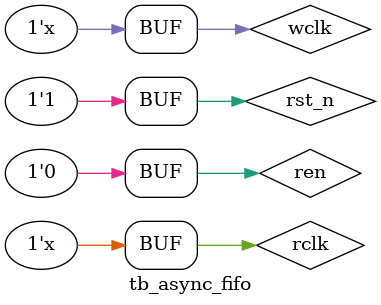
<source format=v>

module tb_async_fifo();


reg  rclk,wclk;
reg  rst_n;


initial begin
	rclk = 0;
	wclk = 0;
	rst_n = 0;
#100    rst_n = 1;
end

always@(*) #10    wclk <= ~wclk;   //50mhz 
always@(*) #3.25  rclk <= ~rclk;   //133mhz


reg [15:0] wrand;
always@(posedge wclk)
	if(!rst_n)
		wrand <= 16'd0;
	else
		//wrand <= wrand + 16'd1;
    		wrand <= {$random}%256;
    
reg [15:0] rrand;
always@(posedge rclk)
	if(!rst_n)
		rrand <= 16'd0;
	else
		//rrand <= rrand + 16'd1;
    		rrand <= {$random}%5;


wire  wen = (wrand >= 16'd100 && wrand <= 16'd155) && !wfull;
wire  ren = 0;
//wire  ren = rrand == 16'd2 && !rempty;

reg 	[15:0] wdata;
wire 	[15:0] rdata;

always@(posedge wclk or negedge rst_n)begin
	if(!rst_n)begin
		wdata <= 16'd0;
	end
	else if(wen) begin
		wdata <= wdata + 16'd1;
	end
end


asyn_fifo_top#(
	.DATAWIDTH(16),
	.ASIZE(10)
)
dut_inst(
	.rdata      (rdata)    ,
	.wfull      (wfull)    ,
	.rempty     (rempty)   ,
	.wdata      (wdata)    ,
	.wen        (wen)      ,
	.wclk       (wclk)     ,
	.wrstn      (rst_n)    ,
	.ren        (ren)      ,
	.rclk       (rclk)     ,
	.rrstn      (rst_n)        	
);


endmodule

</source>
